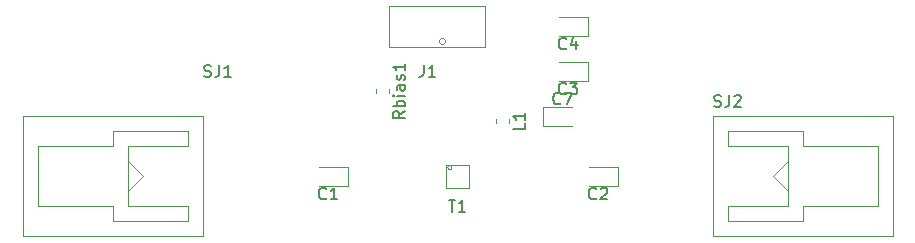
<source format=gbr>
G04 #@! TF.GenerationSoftware,KiCad,Pcbnew,5.1.2-f72e74a~84~ubuntu18.04.1*
G04 #@! TF.CreationDate,2019-07-08T14:46:27+02:00*
G04 #@! TF.ProjectId,lna_kicad,6c6e615f-6b69-4636-9164-2e6b69636164,rev?*
G04 #@! TF.SameCoordinates,Original*
G04 #@! TF.FileFunction,Legend,Top*
G04 #@! TF.FilePolarity,Positive*
%FSLAX46Y46*%
G04 Gerber Fmt 4.6, Leading zero omitted, Abs format (unit mm)*
G04 Created by KiCad (PCBNEW 5.1.2-f72e74a~84~ubuntu18.04.1) date 2019-07-08 14:46:27*
%MOMM*%
%LPD*%
G04 APERTURE LIST*
%ADD10C,0.120000*%
%ADD11C,0.050000*%
%ADD12C,0.150000*%
G04 APERTURE END LIST*
D10*
X162560000Y-118110000D02*
X161290000Y-116840000D01*
X162560000Y-115570000D02*
X161290000Y-116840000D01*
X156210000Y-121920000D02*
X171450000Y-121920000D01*
X171450000Y-111760000D02*
X156210000Y-111760000D01*
X157480000Y-119380000D02*
X157480000Y-120650000D01*
X162560000Y-119380000D02*
X157480000Y-119380000D01*
X162560000Y-114300000D02*
X162560000Y-119380000D01*
X157480000Y-114300000D02*
X162560000Y-114300000D01*
X157480000Y-113030000D02*
X157480000Y-114300000D01*
X170180000Y-114300000D02*
X170180000Y-119380000D01*
X163830000Y-114300000D02*
X170180000Y-114300000D01*
X163830000Y-113030000D02*
X163830000Y-114300000D01*
X163830000Y-119380000D02*
X170180000Y-119380000D01*
X163830000Y-120650000D02*
X163830000Y-119380000D01*
X171450000Y-121920000D02*
X171450000Y-111760000D01*
X156210000Y-111760000D02*
X156210000Y-121920000D01*
X163830000Y-120650000D02*
X157480000Y-120650000D01*
X157480000Y-113030000D02*
X163830000Y-113030000D01*
X106680000Y-115570000D02*
X107950000Y-116840000D01*
X106680000Y-118110000D02*
X107950000Y-116840000D01*
X113030000Y-111760000D02*
X97790000Y-111760000D01*
X97790000Y-121920000D02*
X113030000Y-121920000D01*
X111760000Y-114300000D02*
X111760000Y-113030000D01*
X106680000Y-114300000D02*
X111760000Y-114300000D01*
X106680000Y-119380000D02*
X106680000Y-114300000D01*
X111760000Y-119380000D02*
X106680000Y-119380000D01*
X111760000Y-120650000D02*
X111760000Y-119380000D01*
X99060000Y-119380000D02*
X99060000Y-114300000D01*
X105410000Y-119380000D02*
X99060000Y-119380000D01*
X105410000Y-120650000D02*
X105410000Y-119380000D01*
X105410000Y-114300000D02*
X99060000Y-114300000D01*
X105410000Y-113030000D02*
X105410000Y-114300000D01*
X97790000Y-111760000D02*
X97790000Y-121920000D01*
X113030000Y-121920000D02*
X113030000Y-111760000D01*
X105410000Y-113030000D02*
X111760000Y-113030000D01*
X111760000Y-120650000D02*
X105410000Y-120650000D01*
D11*
X134150000Y-116090000D02*
G75*
G03X134150000Y-116090000I-180000J0D01*
G01*
X135620000Y-117840000D02*
X133620000Y-117840000D01*
X135620000Y-115840000D02*
X135620000Y-117840000D01*
X133620000Y-115840000D02*
X135620000Y-115840000D01*
X133620000Y-117840000D02*
X133620000Y-115840000D01*
D10*
X127760000Y-109443733D02*
X127760000Y-109786267D01*
X128780000Y-109443733D02*
X128780000Y-109786267D01*
X137920000Y-111983733D02*
X137920000Y-112326267D01*
X138940000Y-111983733D02*
X138940000Y-112326267D01*
X133600000Y-105410000D02*
G75*
G03X133600000Y-105410000I-250000J0D01*
G01*
X136920000Y-105840000D02*
X128820000Y-105840000D01*
X128820000Y-102440000D02*
X136920000Y-102440000D01*
X136920000Y-105840000D02*
X136920000Y-102440000D01*
X128820000Y-105840000D02*
X128820000Y-102440000D01*
X141825000Y-112545000D02*
X144310000Y-112545000D01*
X141825000Y-110975000D02*
X141825000Y-112545000D01*
X144310000Y-110975000D02*
X141825000Y-110975000D01*
X145665000Y-103355000D02*
X143180000Y-103355000D01*
X145665000Y-104925000D02*
X145665000Y-103355000D01*
X143180000Y-104925000D02*
X145665000Y-104925000D01*
X145665000Y-107165000D02*
X143180000Y-107165000D01*
X145665000Y-108735000D02*
X145665000Y-107165000D01*
X143180000Y-108735000D02*
X145665000Y-108735000D01*
X148205000Y-116055000D02*
X145720000Y-116055000D01*
X148205000Y-117625000D02*
X148205000Y-116055000D01*
X145720000Y-117625000D02*
X148205000Y-117625000D01*
X125345000Y-116055000D02*
X122860000Y-116055000D01*
X125345000Y-117625000D02*
X125345000Y-116055000D01*
X122860000Y-117625000D02*
X125345000Y-117625000D01*
D12*
X156337142Y-110894761D02*
X156480000Y-110942380D01*
X156718095Y-110942380D01*
X156813333Y-110894761D01*
X156860952Y-110847142D01*
X156908571Y-110751904D01*
X156908571Y-110656666D01*
X156860952Y-110561428D01*
X156813333Y-110513809D01*
X156718095Y-110466190D01*
X156527619Y-110418571D01*
X156432380Y-110370952D01*
X156384761Y-110323333D01*
X156337142Y-110228095D01*
X156337142Y-110132857D01*
X156384761Y-110037619D01*
X156432380Y-109990000D01*
X156527619Y-109942380D01*
X156765714Y-109942380D01*
X156908571Y-109990000D01*
X157622857Y-109942380D02*
X157622857Y-110656666D01*
X157575238Y-110799523D01*
X157480000Y-110894761D01*
X157337142Y-110942380D01*
X157241904Y-110942380D01*
X158051428Y-110037619D02*
X158099047Y-109990000D01*
X158194285Y-109942380D01*
X158432380Y-109942380D01*
X158527619Y-109990000D01*
X158575238Y-110037619D01*
X158622857Y-110132857D01*
X158622857Y-110228095D01*
X158575238Y-110370952D01*
X158003809Y-110942380D01*
X158622857Y-110942380D01*
X113157142Y-108354761D02*
X113300000Y-108402380D01*
X113538095Y-108402380D01*
X113633333Y-108354761D01*
X113680952Y-108307142D01*
X113728571Y-108211904D01*
X113728571Y-108116666D01*
X113680952Y-108021428D01*
X113633333Y-107973809D01*
X113538095Y-107926190D01*
X113347619Y-107878571D01*
X113252380Y-107830952D01*
X113204761Y-107783333D01*
X113157142Y-107688095D01*
X113157142Y-107592857D01*
X113204761Y-107497619D01*
X113252380Y-107450000D01*
X113347619Y-107402380D01*
X113585714Y-107402380D01*
X113728571Y-107450000D01*
X114442857Y-107402380D02*
X114442857Y-108116666D01*
X114395238Y-108259523D01*
X114300000Y-108354761D01*
X114157142Y-108402380D01*
X114061904Y-108402380D01*
X115442857Y-108402380D02*
X114871428Y-108402380D01*
X115157142Y-108402380D02*
X115157142Y-107402380D01*
X115061904Y-107545238D01*
X114966666Y-107640476D01*
X114871428Y-107688095D01*
X133858095Y-118832380D02*
X134429523Y-118832380D01*
X134143809Y-119832380D02*
X134143809Y-118832380D01*
X135286666Y-119832380D02*
X134715238Y-119832380D01*
X135000952Y-119832380D02*
X135000952Y-118832380D01*
X134905714Y-118975238D01*
X134810476Y-119070476D01*
X134715238Y-119118095D01*
X130152380Y-111329285D02*
X129676190Y-111662619D01*
X130152380Y-111900714D02*
X129152380Y-111900714D01*
X129152380Y-111519761D01*
X129200000Y-111424523D01*
X129247619Y-111376904D01*
X129342857Y-111329285D01*
X129485714Y-111329285D01*
X129580952Y-111376904D01*
X129628571Y-111424523D01*
X129676190Y-111519761D01*
X129676190Y-111900714D01*
X130152380Y-110900714D02*
X129152380Y-110900714D01*
X129533333Y-110900714D02*
X129485714Y-110805476D01*
X129485714Y-110615000D01*
X129533333Y-110519761D01*
X129580952Y-110472142D01*
X129676190Y-110424523D01*
X129961904Y-110424523D01*
X130057142Y-110472142D01*
X130104761Y-110519761D01*
X130152380Y-110615000D01*
X130152380Y-110805476D01*
X130104761Y-110900714D01*
X130152380Y-109995952D02*
X129485714Y-109995952D01*
X129152380Y-109995952D02*
X129200000Y-110043571D01*
X129247619Y-109995952D01*
X129200000Y-109948333D01*
X129152380Y-109995952D01*
X129247619Y-109995952D01*
X130152380Y-109091190D02*
X129628571Y-109091190D01*
X129533333Y-109138809D01*
X129485714Y-109234047D01*
X129485714Y-109424523D01*
X129533333Y-109519761D01*
X130104761Y-109091190D02*
X130152380Y-109186428D01*
X130152380Y-109424523D01*
X130104761Y-109519761D01*
X130009523Y-109567380D01*
X129914285Y-109567380D01*
X129819047Y-109519761D01*
X129771428Y-109424523D01*
X129771428Y-109186428D01*
X129723809Y-109091190D01*
X130104761Y-108662619D02*
X130152380Y-108567380D01*
X130152380Y-108376904D01*
X130104761Y-108281666D01*
X130009523Y-108234047D01*
X129961904Y-108234047D01*
X129866666Y-108281666D01*
X129819047Y-108376904D01*
X129819047Y-108519761D01*
X129771428Y-108615000D01*
X129676190Y-108662619D01*
X129628571Y-108662619D01*
X129533333Y-108615000D01*
X129485714Y-108519761D01*
X129485714Y-108376904D01*
X129533333Y-108281666D01*
X130152380Y-107281666D02*
X130152380Y-107853095D01*
X130152380Y-107567380D02*
X129152380Y-107567380D01*
X129295238Y-107662619D01*
X129390476Y-107757857D01*
X129438095Y-107853095D01*
X140312380Y-112321666D02*
X140312380Y-112797857D01*
X139312380Y-112797857D01*
X140312380Y-111464523D02*
X140312380Y-112035952D01*
X140312380Y-111750238D02*
X139312380Y-111750238D01*
X139455238Y-111845476D01*
X139550476Y-111940714D01*
X139598095Y-112035952D01*
X131746666Y-107402380D02*
X131746666Y-108116666D01*
X131699047Y-108259523D01*
X131603809Y-108354761D01*
X131460952Y-108402380D01*
X131365714Y-108402380D01*
X132746666Y-108402380D02*
X132175238Y-108402380D01*
X132460952Y-108402380D02*
X132460952Y-107402380D01*
X132365714Y-107545238D01*
X132270476Y-107640476D01*
X132175238Y-107688095D01*
X143343333Y-110637142D02*
X143295714Y-110684761D01*
X143152857Y-110732380D01*
X143057619Y-110732380D01*
X142914761Y-110684761D01*
X142819523Y-110589523D01*
X142771904Y-110494285D01*
X142724285Y-110303809D01*
X142724285Y-110160952D01*
X142771904Y-109970476D01*
X142819523Y-109875238D01*
X142914761Y-109780000D01*
X143057619Y-109732380D01*
X143152857Y-109732380D01*
X143295714Y-109780000D01*
X143343333Y-109827619D01*
X143676666Y-109732380D02*
X144343333Y-109732380D01*
X143914761Y-110732380D01*
X143813333Y-105977142D02*
X143765714Y-106024761D01*
X143622857Y-106072380D01*
X143527619Y-106072380D01*
X143384761Y-106024761D01*
X143289523Y-105929523D01*
X143241904Y-105834285D01*
X143194285Y-105643809D01*
X143194285Y-105500952D01*
X143241904Y-105310476D01*
X143289523Y-105215238D01*
X143384761Y-105120000D01*
X143527619Y-105072380D01*
X143622857Y-105072380D01*
X143765714Y-105120000D01*
X143813333Y-105167619D01*
X144670476Y-105405714D02*
X144670476Y-106072380D01*
X144432380Y-105024761D02*
X144194285Y-105739047D01*
X144813333Y-105739047D01*
X143813333Y-109787142D02*
X143765714Y-109834761D01*
X143622857Y-109882380D01*
X143527619Y-109882380D01*
X143384761Y-109834761D01*
X143289523Y-109739523D01*
X143241904Y-109644285D01*
X143194285Y-109453809D01*
X143194285Y-109310952D01*
X143241904Y-109120476D01*
X143289523Y-109025238D01*
X143384761Y-108930000D01*
X143527619Y-108882380D01*
X143622857Y-108882380D01*
X143765714Y-108930000D01*
X143813333Y-108977619D01*
X144146666Y-108882380D02*
X144765714Y-108882380D01*
X144432380Y-109263333D01*
X144575238Y-109263333D01*
X144670476Y-109310952D01*
X144718095Y-109358571D01*
X144765714Y-109453809D01*
X144765714Y-109691904D01*
X144718095Y-109787142D01*
X144670476Y-109834761D01*
X144575238Y-109882380D01*
X144289523Y-109882380D01*
X144194285Y-109834761D01*
X144146666Y-109787142D01*
X146353333Y-118677142D02*
X146305714Y-118724761D01*
X146162857Y-118772380D01*
X146067619Y-118772380D01*
X145924761Y-118724761D01*
X145829523Y-118629523D01*
X145781904Y-118534285D01*
X145734285Y-118343809D01*
X145734285Y-118200952D01*
X145781904Y-118010476D01*
X145829523Y-117915238D01*
X145924761Y-117820000D01*
X146067619Y-117772380D01*
X146162857Y-117772380D01*
X146305714Y-117820000D01*
X146353333Y-117867619D01*
X146734285Y-117867619D02*
X146781904Y-117820000D01*
X146877142Y-117772380D01*
X147115238Y-117772380D01*
X147210476Y-117820000D01*
X147258095Y-117867619D01*
X147305714Y-117962857D01*
X147305714Y-118058095D01*
X147258095Y-118200952D01*
X146686666Y-118772380D01*
X147305714Y-118772380D01*
X123493333Y-118677142D02*
X123445714Y-118724761D01*
X123302857Y-118772380D01*
X123207619Y-118772380D01*
X123064761Y-118724761D01*
X122969523Y-118629523D01*
X122921904Y-118534285D01*
X122874285Y-118343809D01*
X122874285Y-118200952D01*
X122921904Y-118010476D01*
X122969523Y-117915238D01*
X123064761Y-117820000D01*
X123207619Y-117772380D01*
X123302857Y-117772380D01*
X123445714Y-117820000D01*
X123493333Y-117867619D01*
X124445714Y-118772380D02*
X123874285Y-118772380D01*
X124160000Y-118772380D02*
X124160000Y-117772380D01*
X124064761Y-117915238D01*
X123969523Y-118010476D01*
X123874285Y-118058095D01*
M02*

</source>
